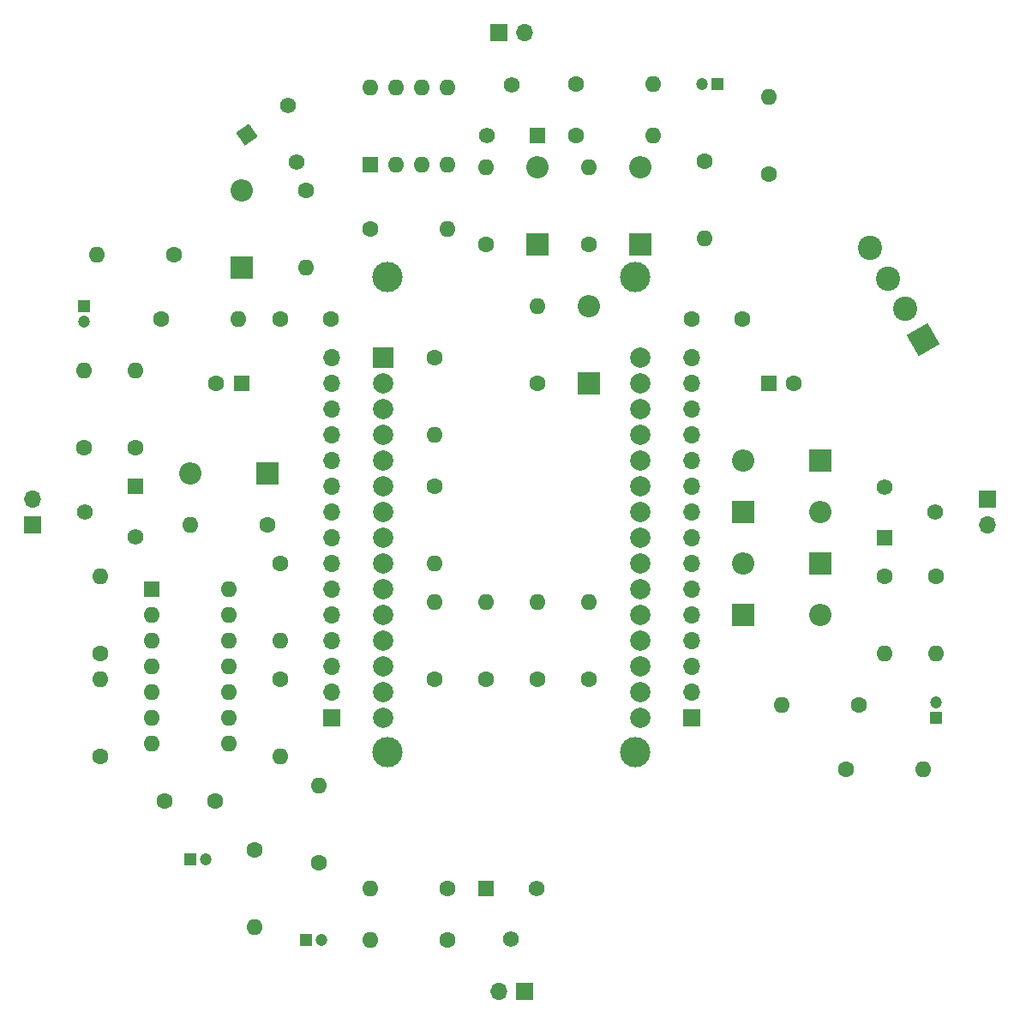
<source format=gbr>
%TF.GenerationSoftware,KiCad,Pcbnew,(6.0.2)*%
%TF.CreationDate,2023-02-04T19:54:44+01:00*%
%TF.ProjectId,Fonometro,466f6e6f-6d65-4747-926f-2e6b69636164,rev?*%
%TF.SameCoordinates,Original*%
%TF.FileFunction,Soldermask,Top*%
%TF.FilePolarity,Negative*%
%FSLAX46Y46*%
G04 Gerber Fmt 4.6, Leading zero omitted, Abs format (unit mm)*
G04 Created by KiCad (PCBNEW (6.0.2)) date 2023-02-04 19:54:44*
%MOMM*%
%LPD*%
G01*
G04 APERTURE LIST*
G04 Aperture macros list*
%AMRotRect*
0 Rectangle, with rotation*
0 The origin of the aperture is its center*
0 $1 length*
0 $2 width*
0 $3 Rotation angle, in degrees counterclockwise*
0 Add horizontal line*
21,1,$1,$2,0,0,$3*%
G04 Aperture macros list end*
%ADD10C,1.600000*%
%ADD11O,1.600000X1.600000*%
%ADD12R,1.600000X1.600000*%
%ADD13R,2.200000X2.200000*%
%ADD14O,2.200000X2.200000*%
%ADD15R,1.200000X1.200000*%
%ADD16C,1.200000*%
%ADD17R,1.700000X1.700000*%
%ADD18O,1.700000X1.700000*%
%ADD19R,1.560000X1.560000*%
%ADD20C,1.560000*%
%ADD21RotRect,2.400000X2.400000X120.000000*%
%ADD22C,2.400000*%
%ADD23RotRect,1.560000X1.560000X35.000000*%
%ADD24C,3.000000*%
%ADD25R,2.000000X2.000000*%
%ADD26C,2.000000*%
G04 APERTURE END LIST*
D10*
%TO.C,R36*%
X154940000Y-70104000D03*
D11*
X154940000Y-62484000D03*
%TD*%
D12*
%TO.C,C7*%
X120650000Y-83820000D03*
D10*
X118150000Y-83820000D03*
%TD*%
%TO.C,R10*%
X110190000Y-90170000D03*
D11*
X110190000Y-82550000D03*
%TD*%
D10*
%TO.C,R29*%
X133350000Y-68580000D03*
D11*
X140970000Y-68580000D03*
%TD*%
D10*
%TO.C,R23*%
X124460000Y-113025000D03*
D11*
X124460000Y-120645000D03*
%TD*%
D10*
%TO.C,C8*%
X129500000Y-77470000D03*
X124500000Y-77470000D03*
%TD*%
%TO.C,R13*%
X180340000Y-121920000D03*
D11*
X187960000Y-121920000D03*
%TD*%
D13*
%TO.C,D1*%
X170180000Y-106680000D03*
D14*
X177800000Y-106680000D03*
%TD*%
D10*
%TO.C,R18*%
X166370000Y-61930000D03*
D11*
X166370000Y-69550000D03*
%TD*%
D10*
%TO.C,R27*%
X149860000Y-113030000D03*
D11*
X149860000Y-105410000D03*
%TD*%
D10*
%TO.C,R24*%
X124460000Y-101600000D03*
D11*
X124460000Y-109220000D03*
%TD*%
D10*
%TO.C,R31*%
X127000000Y-64770000D03*
D11*
X127000000Y-72390000D03*
%TD*%
D15*
%TO.C,C2*%
X167640000Y-54310000D03*
D16*
X166140000Y-54310000D03*
%TD*%
D10*
%TO.C,R20*%
X128270000Y-131110000D03*
D11*
X128270000Y-123490000D03*
%TD*%
D12*
%TO.C,U2*%
X133360000Y-62220000D03*
D11*
X135900000Y-62220000D03*
X138440000Y-62220000D03*
X140980000Y-62220000D03*
X140980000Y-54600000D03*
X138440000Y-54600000D03*
X135900000Y-54600000D03*
X133360000Y-54600000D03*
%TD*%
D17*
%TO.C,MK2*%
X146050000Y-49230000D03*
D18*
X148590000Y-49230000D03*
%TD*%
D10*
%TO.C,R3*%
X153670000Y-54310000D03*
D11*
X161290000Y-54310000D03*
%TD*%
D10*
%TO.C,R33*%
X139700000Y-93980000D03*
D11*
X139700000Y-101600000D03*
%TD*%
D10*
%TO.C,R12*%
X153670000Y-59390000D03*
D11*
X161290000Y-59390000D03*
%TD*%
D17*
%TO.C,MK4*%
X148590000Y-143810000D03*
D18*
X146050000Y-143810000D03*
%TD*%
D10*
%TO.C,R14*%
X184150000Y-102870000D03*
D11*
X184150000Y-110490000D03*
%TD*%
D19*
%TO.C,R4*%
X149860000Y-59390000D03*
D20*
X147360000Y-54390000D03*
X144860000Y-59390000D03*
%TD*%
D10*
%TO.C,R37*%
X149860000Y-83820000D03*
D11*
X149860000Y-76200000D03*
%TD*%
D10*
%TO.C,C6*%
X165140000Y-77470000D03*
X170140000Y-77470000D03*
%TD*%
%TO.C,R21*%
X106680000Y-110485000D03*
D11*
X106680000Y-102865000D03*
%TD*%
D10*
%TO.C,R35*%
X144780000Y-70104000D03*
D11*
X144780000Y-62484000D03*
%TD*%
D19*
%TO.C,R8*%
X144780000Y-133650000D03*
D20*
X147280000Y-138650000D03*
X149780000Y-133650000D03*
%TD*%
D15*
%TO.C,C4*%
X127000000Y-138730000D03*
D16*
X128500000Y-138730000D03*
%TD*%
D17*
%TO.C,J2*%
X129540000Y-116835000D03*
D18*
X129540000Y-114295000D03*
X129540000Y-111755000D03*
X129540000Y-109215000D03*
X129540000Y-106675000D03*
X129540000Y-104135000D03*
X129540000Y-101595000D03*
X129540000Y-99055000D03*
X129540000Y-96515000D03*
X129540000Y-93975000D03*
X129540000Y-91435000D03*
X129540000Y-88895000D03*
X129540000Y-86355000D03*
X129540000Y-83815000D03*
X129540000Y-81275000D03*
%TD*%
D19*
%TO.C,R6*%
X184150000Y-99060000D03*
D20*
X189150000Y-96560000D03*
X184150000Y-94060000D03*
%TD*%
D13*
%TO.C,D8*%
X160020000Y-70104000D03*
D14*
X160020000Y-62484000D03*
%TD*%
D13*
%TO.C,D5*%
X120650000Y-72390000D03*
D14*
X120650000Y-64770000D03*
%TD*%
D15*
%TO.C,C1*%
X105110000Y-76200000D03*
D16*
X105110000Y-77700000D03*
%TD*%
D13*
%TO.C,D7*%
X149860000Y-70104000D03*
D14*
X149860000Y-62484000D03*
%TD*%
D12*
%TO.C,U1*%
X111770000Y-104135000D03*
D11*
X111770000Y-106675000D03*
X111770000Y-109215000D03*
X111770000Y-111755000D03*
X111770000Y-114295000D03*
X111770000Y-116835000D03*
X111770000Y-119375000D03*
X119390000Y-119375000D03*
X119390000Y-116835000D03*
X119390000Y-114295000D03*
X119390000Y-111755000D03*
X119390000Y-109215000D03*
X119390000Y-106675000D03*
X119390000Y-104135000D03*
%TD*%
D13*
%TO.C,D6*%
X123190000Y-92710000D03*
D14*
X115570000Y-92710000D03*
%TD*%
D10*
%TO.C,R9*%
X114000000Y-71120000D03*
D11*
X106380000Y-71120000D03*
%TD*%
D17*
%TO.C,MK1*%
X100030000Y-97790000D03*
D18*
X100030000Y-95250000D03*
%TD*%
D19*
%TO.C,R2*%
X110190000Y-93980000D03*
D20*
X105190000Y-96480000D03*
X110190000Y-98980000D03*
%TD*%
D10*
%TO.C,R17*%
X112730000Y-77470000D03*
D11*
X120350000Y-77470000D03*
%TD*%
D17*
%TO.C,MK3*%
X194310000Y-95250000D03*
D18*
X194310000Y-97790000D03*
%TD*%
D17*
%TO.C,J1*%
X165100000Y-116840000D03*
D18*
X165100000Y-114300000D03*
X165100000Y-111760000D03*
X165100000Y-109220000D03*
X165100000Y-106680000D03*
X165100000Y-104140000D03*
X165100000Y-101600000D03*
X165100000Y-99060000D03*
X165100000Y-96520000D03*
X165100000Y-93980000D03*
X165100000Y-91440000D03*
X165100000Y-88900000D03*
X165100000Y-86360000D03*
X165100000Y-83820000D03*
X165100000Y-81280000D03*
%TD*%
D10*
%TO.C,R25*%
X139700000Y-113030000D03*
D11*
X139700000Y-105410000D03*
%TD*%
D13*
%TO.C,D4*%
X177800000Y-91440000D03*
D14*
X170180000Y-91440000D03*
%TD*%
D21*
%TO.C,J3*%
X187958398Y-79526634D03*
D22*
X186208398Y-76495545D03*
X184458398Y-73464456D03*
X182708398Y-70433367D03*
%TD*%
D23*
%TO.C,R30*%
X121127309Y-59289041D03*
D20*
X126043071Y-61950860D03*
X125223069Y-56421159D03*
%TD*%
D15*
%TO.C,C3*%
X189230000Y-116840000D03*
D16*
X189230000Y-115340000D03*
%TD*%
D10*
%TO.C,R11*%
X172720000Y-63200000D03*
D11*
X172720000Y-55580000D03*
%TD*%
D10*
%TO.C,R22*%
X106680000Y-120645000D03*
D11*
X106680000Y-113025000D03*
%TD*%
D10*
%TO.C,R19*%
X181610000Y-115570000D03*
D11*
X173990000Y-115570000D03*
%TD*%
D13*
%TO.C,D3*%
X170180000Y-96520000D03*
D14*
X177800000Y-96520000D03*
%TD*%
D10*
%TO.C,R26*%
X144780000Y-113030000D03*
D11*
X144780000Y-105410000D03*
%TD*%
D10*
%TO.C,R34*%
X123190000Y-97790000D03*
D11*
X115570000Y-97790000D03*
%TD*%
D15*
%TO.C,C9*%
X115570000Y-130810000D03*
D16*
X117070000Y-130810000D03*
%TD*%
D10*
%TO.C,R16*%
X140970000Y-133650000D03*
D11*
X133350000Y-133650000D03*
%TD*%
D10*
%TO.C,R32*%
X139700000Y-81280000D03*
D11*
X139700000Y-88900000D03*
%TD*%
D10*
%TO.C,R7*%
X140970000Y-138730000D03*
D11*
X133350000Y-138730000D03*
%TD*%
D13*
%TO.C,D9*%
X154940000Y-83820000D03*
D14*
X154940000Y-76200000D03*
%TD*%
D10*
%TO.C,R28*%
X154940000Y-113030000D03*
D11*
X154940000Y-105410000D03*
%TD*%
D13*
%TO.C,D2*%
X177800000Y-101600000D03*
D14*
X170180000Y-101600000D03*
%TD*%
D12*
%TO.C,C5*%
X172720000Y-83820000D03*
D10*
X175220000Y-83820000D03*
%TD*%
%TO.C,R1*%
X105110000Y-90170000D03*
D11*
X105110000Y-82550000D03*
%TD*%
D10*
%TO.C,R15*%
X121920000Y-129840000D03*
D11*
X121920000Y-137460000D03*
%TD*%
D24*
%TO.C,U3*%
X135040000Y-73299000D03*
X135040000Y-120249000D03*
X159550000Y-73299000D03*
X159550000Y-120249000D03*
D25*
X134620000Y-81259000D03*
D26*
X134620000Y-83799000D03*
X134620000Y-86339000D03*
X134620000Y-88879000D03*
X134620000Y-91419000D03*
X134620000Y-93959000D03*
X134620000Y-96499000D03*
X134620000Y-99039000D03*
X134620000Y-101579000D03*
X134620000Y-104119000D03*
X134620000Y-106659000D03*
X134620000Y-109199000D03*
X134620000Y-111739000D03*
X134620000Y-114279000D03*
X134620000Y-116819000D03*
X160020000Y-116819000D03*
X160020000Y-114279000D03*
X160020000Y-111739000D03*
X160020000Y-109199000D03*
X160020000Y-106659000D03*
X160020000Y-104119000D03*
X160020000Y-101579000D03*
X160020000Y-99039000D03*
X160020000Y-96499000D03*
X160020000Y-93959000D03*
X160020000Y-91419000D03*
X160020000Y-88879000D03*
X160020000Y-86339000D03*
X160020000Y-83799000D03*
X160020000Y-81259000D03*
%TD*%
D10*
%TO.C,C10*%
X113070000Y-125095000D03*
X118070000Y-125095000D03*
%TD*%
%TO.C,R5*%
X189230000Y-102870000D03*
D11*
X189230000Y-110490000D03*
%TD*%
M02*

</source>
